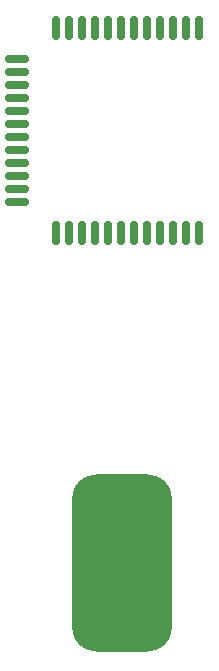
<source format=gtp>
G04*
G04 #@! TF.GenerationSoftware,Altium Limited,Altium Designer,23.0.1 (38)*
G04*
G04 Layer_Color=8421504*
%FSLAX44Y44*%
%MOMM*%
G71*
G04*
G04 #@! TF.SameCoordinates,0B1D91C4-5DF2-49A7-A8E5-8765CD2E41FD*
G04*
G04*
G04 #@! TF.FilePolarity,Positive*
G04*
G01*
G75*
G04:AMPARAMS|DCode=11|XSize=0.7mm|YSize=2mm|CornerRadius=0.175mm|HoleSize=0mm|Usage=FLASHONLY|Rotation=270.000|XOffset=0mm|YOffset=0mm|HoleType=Round|Shape=RoundedRectangle|*
%AMROUNDEDRECTD11*
21,1,0.7000,1.6500,0,0,270.0*
21,1,0.3500,2.0000,0,0,270.0*
1,1,0.3500,-0.8250,-0.1750*
1,1,0.3500,-0.8250,0.1750*
1,1,0.3500,0.8250,0.1750*
1,1,0.3500,0.8250,-0.1750*
%
%ADD11ROUNDEDRECTD11*%
G04:AMPARAMS|DCode=12|XSize=0.7mm|YSize=2mm|CornerRadius=0.175mm|HoleSize=0mm|Usage=FLASHONLY|Rotation=0.000|XOffset=0mm|YOffset=0mm|HoleType=Round|Shape=RoundedRectangle|*
%AMROUNDEDRECTD12*
21,1,0.7000,1.6500,0,0,0.0*
21,1,0.3500,2.0000,0,0,0.0*
1,1,0.3500,0.1750,-0.8250*
1,1,0.3500,-0.1750,-0.8250*
1,1,0.3500,-0.1750,0.8250*
1,1,0.3500,0.1750,0.8250*
%
%ADD12ROUNDEDRECTD12*%
G04:AMPARAMS|DCode=13|XSize=15mm|YSize=8.5mm|CornerRadius=2.125mm|HoleSize=0mm|Usage=FLASHONLY|Rotation=90.000|XOffset=0mm|YOffset=0mm|HoleType=Round|Shape=RoundedRectangle|*
%AMROUNDEDRECTD13*
21,1,15.0000,4.2500,0,0,90.0*
21,1,10.7500,8.5000,0,0,90.0*
1,1,4.2500,2.1250,5.3750*
1,1,4.2500,2.1250,-5.3750*
1,1,4.2500,-2.1250,-5.3750*
1,1,4.2500,-2.1250,5.3750*
%
%ADD13ROUNDEDRECTD13*%
D11*
X1133754Y849497D02*
D03*
Y827497D02*
D03*
Y838497D02*
D03*
Y805497D02*
D03*
Y816497D02*
D03*
Y882497D02*
D03*
Y904497D02*
D03*
Y915497D02*
D03*
Y926497D02*
D03*
Y893497D02*
D03*
Y860497D02*
D03*
Y871497D02*
D03*
D12*
X1287754Y778997D02*
D03*
X1210754D02*
D03*
X1265754D02*
D03*
X1254754D02*
D03*
X1243754D02*
D03*
X1232754D02*
D03*
X1221754D02*
D03*
X1199754D02*
D03*
X1188754D02*
D03*
X1177754D02*
D03*
X1166754D02*
D03*
X1276754D02*
D03*
X1265754Y952997D02*
D03*
X1188754D02*
D03*
X1276754D02*
D03*
X1177754D02*
D03*
X1199754D02*
D03*
X1210754D02*
D03*
X1221754D02*
D03*
X1232754D02*
D03*
X1243754D02*
D03*
X1254754D02*
D03*
X1166754D02*
D03*
X1287754D02*
D03*
D13*
X1222500Y500000D02*
D03*
M02*

</source>
